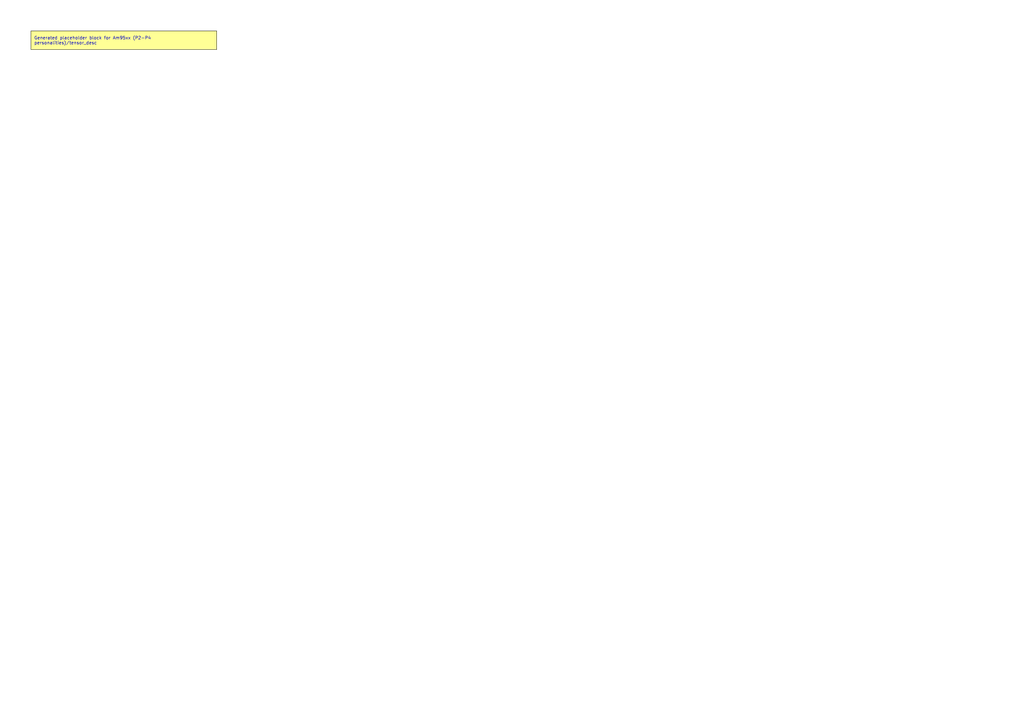
<source format=kicad_sch>
(kicad_sch
	(version 20250114)
	(generator "kicadgen")
	(generator_version "0.2")
	(uuid "b1282411-3549-5252-ad44-358bc0519043")
	(paper "A3")
	(title_block
		(title "Am95xx (P2-P4 personalities)::tensor_desc")
		(company "Project Carbon")
		(comment 1 "Generated - do not edit in generated/")
		(comment 2 "Edit in schem/kicad9/manual/ or refine mapping specs")
	)
	(lib_symbols)
	(text_box
		"Generated placeholder block for Am95xx (P2-P4 personalities)/tensor_desc"
		(exclude_from_sim no)
		(at
			12.7
			12.7
			0
		)
		(size 76.2 7.62)
		(margins
			1.27
			1.27
			1.27
			1.27
		)
		(stroke
			(width 0)
			(type default)
			(color
				0
				0
				0
				1
			)
		)
		(fill
			(type color)
			(color
				255
				255
				150
				1
			)
		)
		(effects
			(font
				(size 1.27 1.27)
			)
			(justify left)
		)
		(uuid "a968e1e2-9563-5d3e-857d-96e1d9464d46")
	)
	(sheet_instances
		(path
			"/"
			(page "1")
		)
	)
	(embedded_fonts no)
)

</source>
